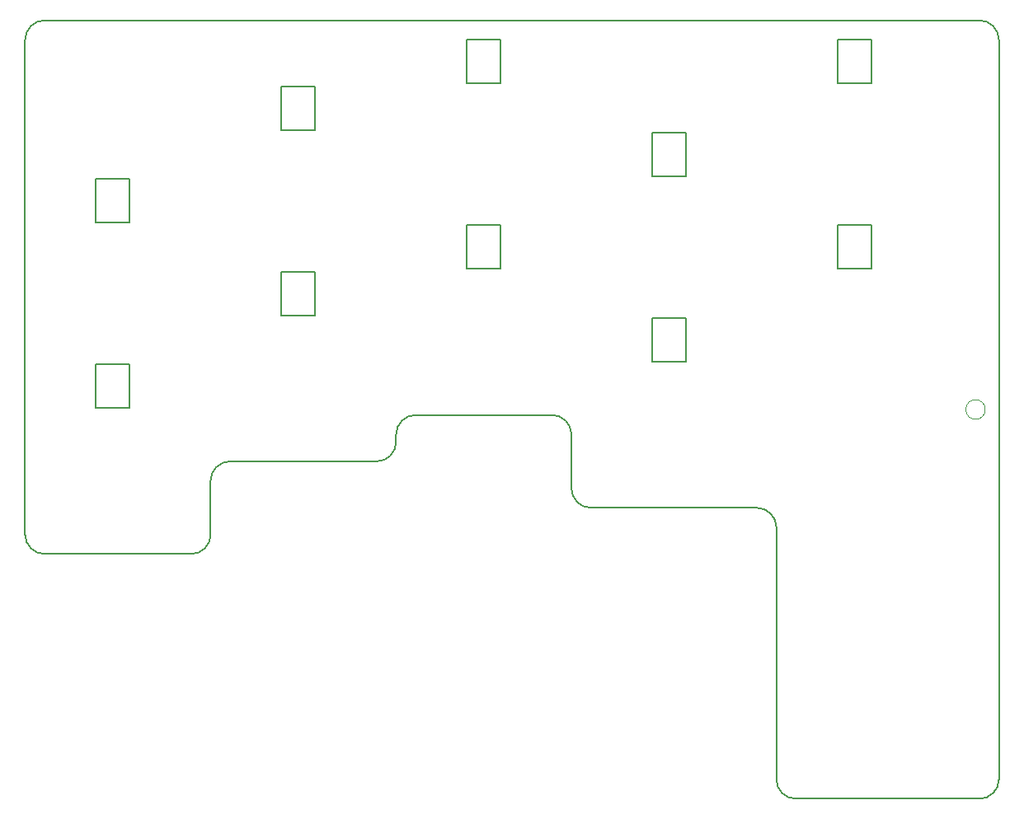
<source format=gbr>
G04 #@! TF.GenerationSoftware,KiCad,Pcbnew,(5.1.4)-1*
G04 #@! TF.CreationDate,2019-11-23T12:37:50+09:00*
G04 #@! TF.ProjectId,pps8,70707338-2e6b-4696-9361-645f70636258,rev?*
G04 #@! TF.SameCoordinates,Original*
G04 #@! TF.FileFunction,Profile,NP*
%FSLAX46Y46*%
G04 Gerber Fmt 4.6, Leading zero omitted, Abs format (unit mm)*
G04 Created by KiCad (PCBNEW (5.1.4)-1) date 2019-11-23 12:37:50*
%MOMM*%
%LPD*%
G04 APERTURE LIST*
%ADD10C,0.150000*%
%ADD11C,0.050000*%
G04 APERTURE END LIST*
D10*
X86950000Y-6762500D02*
X86950000Y-11262500D01*
X83450000Y-6762500D02*
X86950000Y-6762500D01*
X86950000Y-11262500D02*
X83450000Y-11262500D01*
X83450000Y-11262500D02*
X83450000Y-6762500D01*
X7250000Y-21050000D02*
X10750000Y-21050000D01*
X7250000Y-6500000D02*
X7250000Y-2000000D01*
X83450000Y12287500D02*
X86950000Y12287500D01*
X86950000Y12287500D02*
X86950000Y7787500D01*
X10750000Y-2000000D02*
X10750000Y-6500000D01*
X7250000Y-2000000D02*
X10750000Y-2000000D01*
X29800000Y-16025000D02*
X26300000Y-16025000D01*
X45350000Y-6762500D02*
X48850000Y-6762500D01*
X67900000Y-16287500D02*
X67900000Y-20787500D01*
X64400000Y-1737500D02*
X64400000Y2762500D01*
X45350000Y7787500D02*
X45350000Y12287500D01*
X45350000Y12287500D02*
X48850000Y12287500D01*
X45350000Y-11262500D02*
X45350000Y-6762500D01*
X26300000Y3025000D02*
X26300000Y7525000D01*
X29800000Y7525000D02*
X29800000Y3025000D01*
X67900000Y2762500D02*
X67900000Y-1737500D01*
X64400000Y-16287500D02*
X67900000Y-16287500D01*
X10750000Y-6500000D02*
X7250000Y-6500000D01*
X64400000Y2762500D02*
X67900000Y2762500D01*
X64400000Y-20787500D02*
X64400000Y-16287500D01*
X86950000Y7787500D02*
X83450000Y7787500D01*
X48850000Y12287500D02*
X48850000Y7787500D01*
X48850000Y-11262500D02*
X45350000Y-11262500D01*
X67900000Y-1737500D02*
X64400000Y-1737500D01*
X26300000Y7525000D02*
X29800000Y7525000D01*
X29800000Y3025000D02*
X26300000Y3025000D01*
X29800000Y-11525000D02*
X29800000Y-16025000D01*
X83450000Y7787500D02*
X83450000Y12287500D01*
X26300000Y-16025000D02*
X26300000Y-11525000D01*
X48850000Y-6762500D02*
X48850000Y-11262500D01*
X67900000Y-20787500D02*
X64400000Y-20787500D01*
X26300000Y-11525000D02*
X29800000Y-11525000D01*
X48850000Y7787500D02*
X45350000Y7787500D01*
X7250000Y-25550000D02*
X7250000Y-21050000D01*
X10750000Y-21050000D02*
X10750000Y-25550000D01*
X10750000Y-25550000D02*
X7250000Y-25550000D01*
D11*
X98600000Y-25700000D02*
G75*
G03X98600000Y-25700000I-1000000J0D01*
G01*
D10*
X75150000Y-35800000D02*
G75*
G02X77150000Y-37800000I0J-2000000D01*
G01*
X98000000Y14290000D02*
G75*
G02X100000000Y12290000I0J-2000000D01*
G01*
X100000000Y-63700000D02*
G75*
G02X98000000Y-65700000I-2000000J0D01*
G01*
X79150000Y-65700000D02*
G75*
G02X77150000Y-63700000I0J2000000D01*
G01*
X0Y12290000D02*
G75*
G02X2000000Y14290000I2000000J0D01*
G01*
X2000000Y-40550000D02*
G75*
G02X0Y-38550000I0J2000000D01*
G01*
X19050000Y-38550000D02*
G75*
G02X17050000Y-40550000I-2000000J0D01*
G01*
X58100000Y-35800000D02*
G75*
G02X56100000Y-33800000I0J2000000D01*
G01*
X54100000Y-26260000D02*
G75*
G02X56100000Y-28260000I0J-2000000D01*
G01*
X38100000Y-29030000D02*
G75*
G02X36100000Y-31030000I-2000000J0D01*
G01*
X38100000Y-28260000D02*
G75*
G02X40100000Y-26260000I2000000J0D01*
G01*
X19050000Y-33030000D02*
G75*
G02X21050000Y-31030000I2000000J0D01*
G01*
X38100000Y-28260000D02*
X38100000Y-29030000D01*
X56100000Y-28260000D02*
X56100000Y-33800000D01*
X19050000Y-33030000D02*
X19050000Y-38550000D01*
X75150000Y-35800000D02*
X58100000Y-35800000D01*
X54100000Y-26260000D02*
X40100000Y-26260000D01*
X36100000Y-31030000D02*
X21050000Y-31030000D01*
X77150000Y-63700000D02*
X77150000Y-37800000D01*
X98000000Y-65700000D02*
X79150000Y-65700000D01*
X0Y12290000D02*
X0Y-38550000D01*
X2000000Y14290000D02*
X98000000Y14290000D01*
X17050000Y-40550000D02*
X2000000Y-40550000D01*
X100000000Y12290000D02*
X100000000Y-63700000D01*
M02*

</source>
